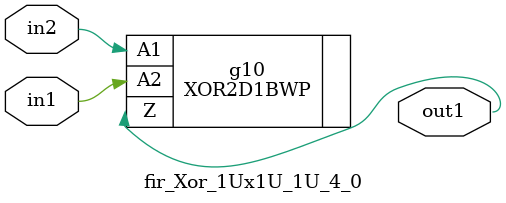
<source format=v>
`timescale 1ps / 1ps


module fir_Xor_1Ux1U_1U_4_0(in2, in1, out1);
  input in2, in1;
  output out1;
  wire in2, in1;
  wire out1;
  XOR2D1BWP g10(.A1 (in2), .A2 (in1), .Z (out1));
endmodule



</source>
